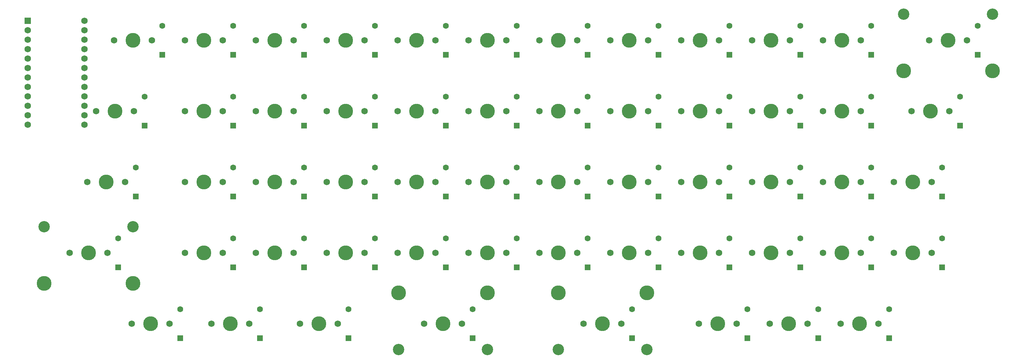
<source format=gbr>
G04 #@! TF.GenerationSoftware,KiCad,Pcbnew,5.1.9-73d0e3b20d~88~ubuntu18.04.1*
G04 #@! TF.CreationDate,2021-03-04T23:03:26-06:00*
G04 #@! TF.ProjectId,keyboard,6b657962-6f61-4726-942e-6b696361645f,rev?*
G04 #@! TF.SameCoordinates,Original*
G04 #@! TF.FileFunction,Soldermask,Top*
G04 #@! TF.FilePolarity,Negative*
%FSLAX46Y46*%
G04 Gerber Fmt 4.6, Leading zero omitted, Abs format (unit mm)*
G04 Created by KiCad (PCBNEW 5.1.9-73d0e3b20d~88~ubuntu18.04.1) date 2021-03-04 23:03:26*
%MOMM*%
%LPD*%
G01*
G04 APERTURE LIST*
%ADD10C,3.987800*%
%ADD11C,1.750000*%
%ADD12C,3.048000*%
%ADD13R,1.752600X1.752600*%
%ADD14C,1.752600*%
%ADD15C,1.600000*%
%ADD16R,1.600000X1.600000*%
G04 APERTURE END LIST*
D10*
X96837500Y-128587500D03*
D11*
X91757500Y-128587500D03*
X101917500Y-128587500D03*
D10*
X218281250Y-128587500D03*
D11*
X213201250Y-128587500D03*
X223361250Y-128587500D03*
D12*
X206375000Y-135572500D03*
X230187500Y-135572500D03*
D10*
X206375000Y-120332500D03*
X230187500Y-120332500D03*
X175418750Y-128587500D03*
D11*
X170338750Y-128587500D03*
X180498750Y-128587500D03*
D12*
X163512500Y-135572500D03*
X187325000Y-135572500D03*
D10*
X163512500Y-120332500D03*
X187325000Y-120332500D03*
X87312500Y-71437500D03*
D11*
X82232500Y-71437500D03*
X92392500Y-71437500D03*
D10*
X80168750Y-109537500D03*
D11*
X75088750Y-109537500D03*
X85248750Y-109537500D03*
D12*
X68262500Y-102552500D03*
X92075000Y-102552500D03*
D10*
X68262500Y-117792500D03*
X92075000Y-117792500D03*
X149225000Y-90487500D03*
D11*
X144145000Y-90487500D03*
X154305000Y-90487500D03*
D13*
X63817500Y-47148750D03*
D14*
X63817500Y-49688750D03*
X63817500Y-52228750D03*
X63817500Y-54768750D03*
X63817500Y-57308750D03*
X63817500Y-59848750D03*
X63817500Y-62388750D03*
X63817500Y-64928750D03*
X63817500Y-67468750D03*
X63817500Y-70008750D03*
X63817500Y-72548750D03*
X79057500Y-75088750D03*
X79057500Y-72548750D03*
X79057500Y-70008750D03*
X79057500Y-67468750D03*
X79057500Y-64928750D03*
X79057500Y-62388750D03*
X79057500Y-59848750D03*
X79057500Y-57308750D03*
X79057500Y-54768750D03*
X79057500Y-52228750D03*
X79057500Y-49688750D03*
X63817500Y-75088750D03*
X79057500Y-47148750D03*
D10*
X111125000Y-109537500D03*
D11*
X106045000Y-109537500D03*
X116205000Y-109537500D03*
D10*
X263525000Y-71437500D03*
D11*
X258445000Y-71437500D03*
X268605000Y-71437500D03*
D10*
X130175000Y-109537500D03*
D11*
X125095000Y-109537500D03*
X135255000Y-109537500D03*
D10*
X130175000Y-71437500D03*
D11*
X125095000Y-71437500D03*
X135255000Y-71437500D03*
D10*
X168275000Y-109537500D03*
D11*
X163195000Y-109537500D03*
X173355000Y-109537500D03*
D10*
X244475000Y-71437500D03*
D11*
X239395000Y-71437500D03*
X249555000Y-71437500D03*
D10*
X168275000Y-90487500D03*
D11*
X163195000Y-90487500D03*
X173355000Y-90487500D03*
D10*
X118268750Y-128587500D03*
D11*
X113188750Y-128587500D03*
X123348750Y-128587500D03*
D10*
X282575000Y-109537500D03*
D11*
X277495000Y-109537500D03*
X287655000Y-109537500D03*
D10*
X282575000Y-71437500D03*
D11*
X277495000Y-71437500D03*
X287655000Y-71437500D03*
D10*
X130175000Y-90487500D03*
D11*
X125095000Y-90487500D03*
X135255000Y-90487500D03*
D10*
X301625000Y-90487500D03*
D11*
X296545000Y-90487500D03*
X306705000Y-90487500D03*
D10*
X111125000Y-71437500D03*
D11*
X106045000Y-71437500D03*
X116205000Y-71437500D03*
D10*
X168275000Y-71437500D03*
D11*
X163195000Y-71437500D03*
X173355000Y-71437500D03*
D10*
X287337500Y-128587500D03*
D11*
X282257500Y-128587500D03*
X292417500Y-128587500D03*
D10*
X282575000Y-90487500D03*
D11*
X277495000Y-90487500D03*
X287655000Y-90487500D03*
D10*
X225425000Y-90487500D03*
D11*
X220345000Y-90487500D03*
X230505000Y-90487500D03*
D10*
X249237500Y-128587500D03*
D11*
X244157500Y-128587500D03*
X254317500Y-128587500D03*
D10*
X225425000Y-109537500D03*
D11*
X220345000Y-109537500D03*
X230505000Y-109537500D03*
D10*
X225425000Y-71437500D03*
D11*
X220345000Y-71437500D03*
X230505000Y-71437500D03*
D10*
X206375000Y-109537500D03*
D11*
X201295000Y-109537500D03*
X211455000Y-109537500D03*
D10*
X206375000Y-71437500D03*
D11*
X201295000Y-71437500D03*
X211455000Y-71437500D03*
D10*
X263525000Y-90487500D03*
D11*
X258445000Y-90487500D03*
X268605000Y-90487500D03*
D10*
X206375000Y-90487500D03*
D11*
X201295000Y-90487500D03*
X211455000Y-90487500D03*
D10*
X187325000Y-71437500D03*
D11*
X182245000Y-71437500D03*
X192405000Y-71437500D03*
D10*
X149225000Y-71437500D03*
D11*
X144145000Y-71437500D03*
X154305000Y-71437500D03*
D10*
X92075000Y-52387500D03*
D11*
X86995000Y-52387500D03*
X97155000Y-52387500D03*
D10*
X268287500Y-128587500D03*
D11*
X263207500Y-128587500D03*
X273367500Y-128587500D03*
D10*
X244475000Y-90487500D03*
D11*
X239395000Y-90487500D03*
X249555000Y-90487500D03*
D10*
X263525000Y-109537500D03*
D11*
X258445000Y-109537500D03*
X268605000Y-109537500D03*
D10*
X187325000Y-90487500D03*
D11*
X182245000Y-90487500D03*
X192405000Y-90487500D03*
D10*
X84931250Y-90487500D03*
D11*
X79851250Y-90487500D03*
X90011250Y-90487500D03*
D10*
X244475000Y-109537500D03*
D11*
X239395000Y-109537500D03*
X249555000Y-109537500D03*
D10*
X149225000Y-109537500D03*
D11*
X144145000Y-109537500D03*
X154305000Y-109537500D03*
D10*
X306387500Y-71437500D03*
D11*
X301307500Y-71437500D03*
X311467500Y-71437500D03*
D10*
X311150000Y-52387500D03*
D11*
X306070000Y-52387500D03*
X316230000Y-52387500D03*
D12*
X299243750Y-45402500D03*
X323056250Y-45402500D03*
D10*
X299243750Y-60642500D03*
X323056250Y-60642500D03*
X187325000Y-109537500D03*
D11*
X182245000Y-109537500D03*
X192405000Y-109537500D03*
D10*
X142081250Y-128587500D03*
D11*
X137001250Y-128587500D03*
X147161250Y-128587500D03*
D10*
X111125000Y-90487500D03*
D11*
X106045000Y-90487500D03*
X116205000Y-90487500D03*
D10*
X301625000Y-109537500D03*
D11*
X296545000Y-109537500D03*
X306705000Y-109537500D03*
D10*
X263525000Y-52387500D03*
D11*
X258445000Y-52387500D03*
X268605000Y-52387500D03*
D10*
X244475000Y-52387500D03*
D11*
X239395000Y-52387500D03*
X249555000Y-52387500D03*
D10*
X225425000Y-52387500D03*
D11*
X220345000Y-52387500D03*
X230505000Y-52387500D03*
D10*
X206375000Y-52387500D03*
D11*
X201295000Y-52387500D03*
X211455000Y-52387500D03*
D10*
X187325000Y-52387500D03*
D11*
X182245000Y-52387500D03*
X192405000Y-52387500D03*
D10*
X168275000Y-52387500D03*
D11*
X163195000Y-52387500D03*
X173355000Y-52387500D03*
D10*
X149225000Y-52387500D03*
D11*
X144145000Y-52387500D03*
X154305000Y-52387500D03*
D10*
X130175000Y-52387500D03*
D11*
X125095000Y-52387500D03*
X135255000Y-52387500D03*
D10*
X111125000Y-52387500D03*
D11*
X106045000Y-52387500D03*
X116205000Y-52387500D03*
D10*
X282575000Y-52387500D03*
D11*
X277495000Y-52387500D03*
X287655000Y-52387500D03*
D15*
X119062500Y-105637500D03*
D16*
X119062500Y-113437500D03*
D15*
X271462500Y-67537500D03*
D16*
X271462500Y-75337500D03*
D15*
X138112500Y-105637500D03*
D16*
X138112500Y-113437500D03*
D15*
X138112500Y-67550000D03*
D16*
X138112500Y-75350000D03*
D15*
X176212500Y-105637500D03*
D16*
X176212500Y-113437500D03*
D15*
X252412500Y-67537500D03*
D16*
X252412500Y-75337500D03*
D15*
X95250000Y-67537500D03*
D16*
X95250000Y-75337500D03*
D15*
X176212500Y-86587500D03*
D16*
X176212500Y-94387500D03*
D15*
X126206250Y-124687500D03*
D16*
X126206250Y-132487500D03*
D15*
X183356250Y-124687500D03*
D16*
X183356250Y-132487500D03*
D15*
X226218750Y-124700000D03*
D16*
X226218750Y-132500000D03*
D15*
X290512500Y-105650000D03*
D16*
X290512500Y-113450000D03*
D15*
X88106250Y-105637500D03*
D16*
X88106250Y-113437500D03*
D15*
X290512500Y-67537500D03*
D16*
X290512500Y-75337500D03*
D15*
X157162500Y-86600000D03*
D16*
X157162500Y-94400000D03*
D15*
X138112500Y-86587500D03*
D16*
X138112500Y-94387500D03*
D15*
X309562500Y-86587500D03*
D16*
X309562500Y-94387500D03*
D15*
X119062500Y-67537500D03*
D16*
X119062500Y-75337500D03*
D15*
X176212500Y-67550000D03*
D16*
X176212500Y-75350000D03*
D15*
X295275000Y-124687500D03*
D16*
X295275000Y-132487500D03*
D15*
X290512500Y-86587500D03*
D16*
X290512500Y-94387500D03*
D15*
X233362500Y-86587500D03*
D16*
X233362500Y-94387500D03*
D15*
X257175000Y-124687500D03*
D16*
X257175000Y-132487500D03*
D15*
X233362500Y-105637500D03*
D16*
X233362500Y-113437500D03*
D15*
X233362500Y-67537500D03*
D16*
X233362500Y-75337500D03*
D15*
X214312500Y-105637500D03*
D16*
X214312500Y-113437500D03*
D15*
X214312500Y-67550000D03*
D16*
X214312500Y-75350000D03*
D15*
X271462500Y-86587500D03*
D16*
X271462500Y-94387500D03*
D15*
X214312500Y-86587500D03*
D16*
X214312500Y-94387500D03*
D15*
X195262500Y-67537500D03*
D16*
X195262500Y-75337500D03*
D15*
X157162500Y-67537500D03*
D16*
X157162500Y-75337500D03*
D15*
X100012500Y-48475000D03*
D16*
X100012500Y-56275000D03*
D15*
X276225000Y-124687500D03*
D16*
X276225000Y-132487500D03*
D15*
X252412500Y-86587500D03*
D16*
X252412500Y-94387500D03*
D15*
X271462500Y-105637500D03*
D16*
X271462500Y-113437500D03*
D15*
X195262500Y-86600000D03*
D16*
X195262500Y-94400000D03*
D15*
X92868750Y-86587500D03*
D16*
X92868750Y-94387500D03*
D15*
X252412500Y-105637500D03*
D16*
X252412500Y-113437500D03*
D15*
X104775000Y-124687500D03*
D16*
X104775000Y-132487500D03*
D15*
X157162500Y-105637500D03*
D16*
X157162500Y-113437500D03*
D15*
X314325000Y-67537500D03*
D16*
X314325000Y-75337500D03*
D15*
X319087500Y-48487500D03*
D16*
X319087500Y-56287500D03*
D15*
X195262500Y-105637500D03*
D16*
X195262500Y-113437500D03*
D15*
X150018750Y-124687500D03*
D16*
X150018750Y-132487500D03*
D15*
X119062500Y-86587500D03*
D16*
X119062500Y-94387500D03*
D15*
X309562500Y-105637500D03*
D16*
X309562500Y-113437500D03*
D15*
X271462500Y-48487500D03*
D16*
X271462500Y-56287500D03*
D15*
X252412500Y-48487500D03*
D16*
X252412500Y-56287500D03*
D15*
X233362500Y-48487500D03*
D16*
X233362500Y-56287500D03*
D15*
X214312500Y-48487500D03*
D16*
X214312500Y-56287500D03*
D15*
X195262500Y-48487500D03*
D16*
X195262500Y-56287500D03*
D15*
X176212500Y-48487500D03*
D16*
X176212500Y-56287500D03*
D15*
X157162500Y-48487500D03*
D16*
X157162500Y-56287500D03*
D15*
X138112500Y-48487500D03*
D16*
X138112500Y-56287500D03*
D15*
X119062500Y-48487500D03*
D16*
X119062500Y-56287500D03*
D15*
X290512500Y-48487500D03*
D16*
X290512500Y-56287500D03*
M02*

</source>
